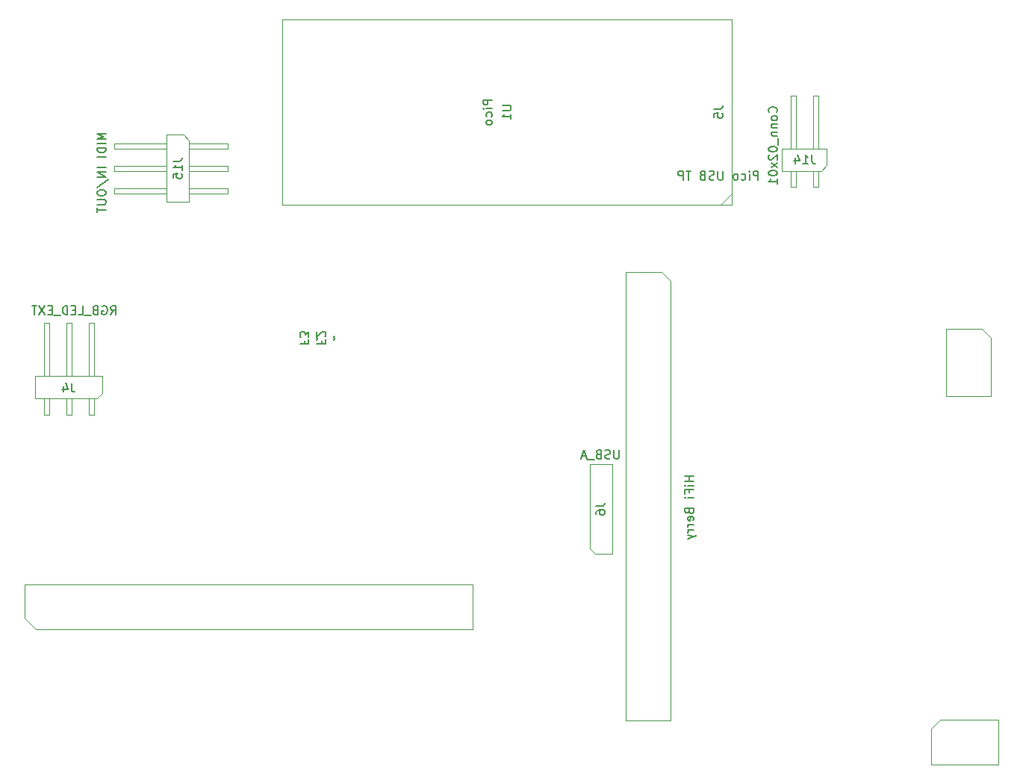
<source format=gbr>
%TF.GenerationSoftware,KiCad,Pcbnew,7.0.7-7.0.7~ubuntu23.04.1*%
%TF.CreationDate,2023-09-10T12:49:34+00:00*%
%TF.ProjectId,pedalboard-hw,70656461-6c62-46f6-9172-642d68772e6b,2.1.0*%
%TF.SameCoordinates,Original*%
%TF.FileFunction,AssemblyDrawing,Bot*%
%FSLAX46Y46*%
G04 Gerber Fmt 4.6, Leading zero omitted, Abs format (unit mm)*
G04 Created by KiCad (PCBNEW 7.0.7-7.0.7~ubuntu23.04.1) date 2023-09-10 12:49:34*
%MOMM*%
%LPD*%
G01*
G04 APERTURE LIST*
%ADD10C,0.150000*%
%ADD11C,0.100000*%
%ADD12C,0.120000*%
G04 APERTURE END LIST*
D10*
X115696428Y-87284819D02*
X115696428Y-88094342D01*
X115696428Y-88094342D02*
X115648809Y-88189580D01*
X115648809Y-88189580D02*
X115601190Y-88237200D01*
X115601190Y-88237200D02*
X115505952Y-88284819D01*
X115505952Y-88284819D02*
X115315476Y-88284819D01*
X115315476Y-88284819D02*
X115220238Y-88237200D01*
X115220238Y-88237200D02*
X115172619Y-88189580D01*
X115172619Y-88189580D02*
X115125000Y-88094342D01*
X115125000Y-88094342D02*
X115125000Y-87284819D01*
X114696428Y-88237200D02*
X114553571Y-88284819D01*
X114553571Y-88284819D02*
X114315476Y-88284819D01*
X114315476Y-88284819D02*
X114220238Y-88237200D01*
X114220238Y-88237200D02*
X114172619Y-88189580D01*
X114172619Y-88189580D02*
X114125000Y-88094342D01*
X114125000Y-88094342D02*
X114125000Y-87999104D01*
X114125000Y-87999104D02*
X114172619Y-87903866D01*
X114172619Y-87903866D02*
X114220238Y-87856247D01*
X114220238Y-87856247D02*
X114315476Y-87808628D01*
X114315476Y-87808628D02*
X114505952Y-87761009D01*
X114505952Y-87761009D02*
X114601190Y-87713390D01*
X114601190Y-87713390D02*
X114648809Y-87665771D01*
X114648809Y-87665771D02*
X114696428Y-87570533D01*
X114696428Y-87570533D02*
X114696428Y-87475295D01*
X114696428Y-87475295D02*
X114648809Y-87380057D01*
X114648809Y-87380057D02*
X114601190Y-87332438D01*
X114601190Y-87332438D02*
X114505952Y-87284819D01*
X114505952Y-87284819D02*
X114267857Y-87284819D01*
X114267857Y-87284819D02*
X114125000Y-87332438D01*
X113363095Y-87761009D02*
X113220238Y-87808628D01*
X113220238Y-87808628D02*
X113172619Y-87856247D01*
X113172619Y-87856247D02*
X113125000Y-87951485D01*
X113125000Y-87951485D02*
X113125000Y-88094342D01*
X113125000Y-88094342D02*
X113172619Y-88189580D01*
X113172619Y-88189580D02*
X113220238Y-88237200D01*
X113220238Y-88237200D02*
X113315476Y-88284819D01*
X113315476Y-88284819D02*
X113696428Y-88284819D01*
X113696428Y-88284819D02*
X113696428Y-87284819D01*
X113696428Y-87284819D02*
X113363095Y-87284819D01*
X113363095Y-87284819D02*
X113267857Y-87332438D01*
X113267857Y-87332438D02*
X113220238Y-87380057D01*
X113220238Y-87380057D02*
X113172619Y-87475295D01*
X113172619Y-87475295D02*
X113172619Y-87570533D01*
X113172619Y-87570533D02*
X113220238Y-87665771D01*
X113220238Y-87665771D02*
X113267857Y-87713390D01*
X113267857Y-87713390D02*
X113363095Y-87761009D01*
X113363095Y-87761009D02*
X113696428Y-87761009D01*
X112934524Y-88380057D02*
X112172619Y-88380057D01*
X111982142Y-87999104D02*
X111505952Y-87999104D01*
X112077380Y-88284819D02*
X111744047Y-87284819D01*
X111744047Y-87284819D02*
X111410714Y-88284819D01*
X113079819Y-93636666D02*
X113794104Y-93636666D01*
X113794104Y-93636666D02*
X113936961Y-93589047D01*
X113936961Y-93589047D02*
X114032200Y-93493809D01*
X114032200Y-93493809D02*
X114079819Y-93350952D01*
X114079819Y-93350952D02*
X114079819Y-93255714D01*
X113079819Y-94541428D02*
X113079819Y-94350952D01*
X113079819Y-94350952D02*
X113127438Y-94255714D01*
X113127438Y-94255714D02*
X113175057Y-94208095D01*
X113175057Y-94208095D02*
X113317914Y-94112857D01*
X113317914Y-94112857D02*
X113508390Y-94065238D01*
X113508390Y-94065238D02*
X113889342Y-94065238D01*
X113889342Y-94065238D02*
X113984580Y-94112857D01*
X113984580Y-94112857D02*
X114032200Y-94160476D01*
X114032200Y-94160476D02*
X114079819Y-94255714D01*
X114079819Y-94255714D02*
X114079819Y-94446190D01*
X114079819Y-94446190D02*
X114032200Y-94541428D01*
X114032200Y-94541428D02*
X113984580Y-94589047D01*
X113984580Y-94589047D02*
X113889342Y-94636666D01*
X113889342Y-94636666D02*
X113651247Y-94636666D01*
X113651247Y-94636666D02*
X113556009Y-94589047D01*
X113556009Y-94589047D02*
X113508390Y-94541428D01*
X113508390Y-94541428D02*
X113460771Y-94446190D01*
X113460771Y-94446190D02*
X113460771Y-94255714D01*
X113460771Y-94255714D02*
X113508390Y-94160476D01*
X113508390Y-94160476D02*
X113556009Y-94112857D01*
X113556009Y-94112857D02*
X113651247Y-94065238D01*
X81386133Y-74861904D02*
X81433752Y-74814285D01*
X81433752Y-74814285D02*
X81481371Y-74719047D01*
X81481371Y-74719047D02*
X81386133Y-74528571D01*
X81386133Y-74528571D02*
X81433752Y-74433333D01*
X81433752Y-74433333D02*
X81481371Y-74385714D01*
X80028990Y-74933333D02*
X80028990Y-75266666D01*
X79505180Y-75266666D02*
X80505180Y-75266666D01*
X80505180Y-75266666D02*
X80505180Y-74790476D01*
X80505180Y-74504761D02*
X80505180Y-73885714D01*
X80505180Y-73885714D02*
X80124228Y-74219047D01*
X80124228Y-74219047D02*
X80124228Y-74076190D01*
X80124228Y-74076190D02*
X80076609Y-73980952D01*
X80076609Y-73980952D02*
X80028990Y-73933333D01*
X80028990Y-73933333D02*
X79933752Y-73885714D01*
X79933752Y-73885714D02*
X79695657Y-73885714D01*
X79695657Y-73885714D02*
X79600419Y-73933333D01*
X79600419Y-73933333D02*
X79552800Y-73980952D01*
X79552800Y-73980952D02*
X79505180Y-74076190D01*
X79505180Y-74076190D02*
X79505180Y-74361904D01*
X79505180Y-74361904D02*
X79552800Y-74457142D01*
X79552800Y-74457142D02*
X79600419Y-74504761D01*
X133549580Y-49051904D02*
X133597200Y-49004285D01*
X133597200Y-49004285D02*
X133644819Y-48861428D01*
X133644819Y-48861428D02*
X133644819Y-48766190D01*
X133644819Y-48766190D02*
X133597200Y-48623333D01*
X133597200Y-48623333D02*
X133501961Y-48528095D01*
X133501961Y-48528095D02*
X133406723Y-48480476D01*
X133406723Y-48480476D02*
X133216247Y-48432857D01*
X133216247Y-48432857D02*
X133073390Y-48432857D01*
X133073390Y-48432857D02*
X132882914Y-48480476D01*
X132882914Y-48480476D02*
X132787676Y-48528095D01*
X132787676Y-48528095D02*
X132692438Y-48623333D01*
X132692438Y-48623333D02*
X132644819Y-48766190D01*
X132644819Y-48766190D02*
X132644819Y-48861428D01*
X132644819Y-48861428D02*
X132692438Y-49004285D01*
X132692438Y-49004285D02*
X132740057Y-49051904D01*
X133644819Y-49623333D02*
X133597200Y-49528095D01*
X133597200Y-49528095D02*
X133549580Y-49480476D01*
X133549580Y-49480476D02*
X133454342Y-49432857D01*
X133454342Y-49432857D02*
X133168628Y-49432857D01*
X133168628Y-49432857D02*
X133073390Y-49480476D01*
X133073390Y-49480476D02*
X133025771Y-49528095D01*
X133025771Y-49528095D02*
X132978152Y-49623333D01*
X132978152Y-49623333D02*
X132978152Y-49766190D01*
X132978152Y-49766190D02*
X133025771Y-49861428D01*
X133025771Y-49861428D02*
X133073390Y-49909047D01*
X133073390Y-49909047D02*
X133168628Y-49956666D01*
X133168628Y-49956666D02*
X133454342Y-49956666D01*
X133454342Y-49956666D02*
X133549580Y-49909047D01*
X133549580Y-49909047D02*
X133597200Y-49861428D01*
X133597200Y-49861428D02*
X133644819Y-49766190D01*
X133644819Y-49766190D02*
X133644819Y-49623333D01*
X132978152Y-50385238D02*
X133644819Y-50385238D01*
X133073390Y-50385238D02*
X133025771Y-50432857D01*
X133025771Y-50432857D02*
X132978152Y-50528095D01*
X132978152Y-50528095D02*
X132978152Y-50670952D01*
X132978152Y-50670952D02*
X133025771Y-50766190D01*
X133025771Y-50766190D02*
X133121009Y-50813809D01*
X133121009Y-50813809D02*
X133644819Y-50813809D01*
X132978152Y-51290000D02*
X133644819Y-51290000D01*
X133073390Y-51290000D02*
X133025771Y-51337619D01*
X133025771Y-51337619D02*
X132978152Y-51432857D01*
X132978152Y-51432857D02*
X132978152Y-51575714D01*
X132978152Y-51575714D02*
X133025771Y-51670952D01*
X133025771Y-51670952D02*
X133121009Y-51718571D01*
X133121009Y-51718571D02*
X133644819Y-51718571D01*
X133740057Y-51956667D02*
X133740057Y-52718571D01*
X132644819Y-53147143D02*
X132644819Y-53242381D01*
X132644819Y-53242381D02*
X132692438Y-53337619D01*
X132692438Y-53337619D02*
X132740057Y-53385238D01*
X132740057Y-53385238D02*
X132835295Y-53432857D01*
X132835295Y-53432857D02*
X133025771Y-53480476D01*
X133025771Y-53480476D02*
X133263866Y-53480476D01*
X133263866Y-53480476D02*
X133454342Y-53432857D01*
X133454342Y-53432857D02*
X133549580Y-53385238D01*
X133549580Y-53385238D02*
X133597200Y-53337619D01*
X133597200Y-53337619D02*
X133644819Y-53242381D01*
X133644819Y-53242381D02*
X133644819Y-53147143D01*
X133644819Y-53147143D02*
X133597200Y-53051905D01*
X133597200Y-53051905D02*
X133549580Y-53004286D01*
X133549580Y-53004286D02*
X133454342Y-52956667D01*
X133454342Y-52956667D02*
X133263866Y-52909048D01*
X133263866Y-52909048D02*
X133025771Y-52909048D01*
X133025771Y-52909048D02*
X132835295Y-52956667D01*
X132835295Y-52956667D02*
X132740057Y-53004286D01*
X132740057Y-53004286D02*
X132692438Y-53051905D01*
X132692438Y-53051905D02*
X132644819Y-53147143D01*
X132740057Y-53861429D02*
X132692438Y-53909048D01*
X132692438Y-53909048D02*
X132644819Y-54004286D01*
X132644819Y-54004286D02*
X132644819Y-54242381D01*
X132644819Y-54242381D02*
X132692438Y-54337619D01*
X132692438Y-54337619D02*
X132740057Y-54385238D01*
X132740057Y-54385238D02*
X132835295Y-54432857D01*
X132835295Y-54432857D02*
X132930533Y-54432857D01*
X132930533Y-54432857D02*
X133073390Y-54385238D01*
X133073390Y-54385238D02*
X133644819Y-53813810D01*
X133644819Y-53813810D02*
X133644819Y-54432857D01*
X133644819Y-54766191D02*
X132978152Y-55290000D01*
X132978152Y-54766191D02*
X133644819Y-55290000D01*
X132644819Y-55861429D02*
X132644819Y-55956667D01*
X132644819Y-55956667D02*
X132692438Y-56051905D01*
X132692438Y-56051905D02*
X132740057Y-56099524D01*
X132740057Y-56099524D02*
X132835295Y-56147143D01*
X132835295Y-56147143D02*
X133025771Y-56194762D01*
X133025771Y-56194762D02*
X133263866Y-56194762D01*
X133263866Y-56194762D02*
X133454342Y-56147143D01*
X133454342Y-56147143D02*
X133549580Y-56099524D01*
X133549580Y-56099524D02*
X133597200Y-56051905D01*
X133597200Y-56051905D02*
X133644819Y-55956667D01*
X133644819Y-55956667D02*
X133644819Y-55861429D01*
X133644819Y-55861429D02*
X133597200Y-55766191D01*
X133597200Y-55766191D02*
X133549580Y-55718572D01*
X133549580Y-55718572D02*
X133454342Y-55670953D01*
X133454342Y-55670953D02*
X133263866Y-55623334D01*
X133263866Y-55623334D02*
X133025771Y-55623334D01*
X133025771Y-55623334D02*
X132835295Y-55670953D01*
X132835295Y-55670953D02*
X132740057Y-55718572D01*
X132740057Y-55718572D02*
X132692438Y-55766191D01*
X132692438Y-55766191D02*
X132644819Y-55861429D01*
X133644819Y-57147143D02*
X133644819Y-56575715D01*
X133644819Y-56861429D02*
X132644819Y-56861429D01*
X132644819Y-56861429D02*
X132787676Y-56766191D01*
X132787676Y-56766191D02*
X132882914Y-56670953D01*
X132882914Y-56670953D02*
X132930533Y-56575715D01*
X137539523Y-53859819D02*
X137539523Y-54574104D01*
X137539523Y-54574104D02*
X137587142Y-54716961D01*
X137587142Y-54716961D02*
X137682380Y-54812200D01*
X137682380Y-54812200D02*
X137825237Y-54859819D01*
X137825237Y-54859819D02*
X137920475Y-54859819D01*
X136539523Y-54859819D02*
X137110951Y-54859819D01*
X136825237Y-54859819D02*
X136825237Y-53859819D01*
X136825237Y-53859819D02*
X136920475Y-54002676D01*
X136920475Y-54002676D02*
X137015713Y-54097914D01*
X137015713Y-54097914D02*
X137110951Y-54145533D01*
X135682380Y-54193152D02*
X135682380Y-54859819D01*
X135920475Y-53812200D02*
X136158570Y-54526485D01*
X136158570Y-54526485D02*
X135539523Y-54526485D01*
X131473009Y-56684419D02*
X131473009Y-55684419D01*
X131473009Y-55684419D02*
X131092057Y-55684419D01*
X131092057Y-55684419D02*
X130996819Y-55732038D01*
X130996819Y-55732038D02*
X130949200Y-55779657D01*
X130949200Y-55779657D02*
X130901581Y-55874895D01*
X130901581Y-55874895D02*
X130901581Y-56017752D01*
X130901581Y-56017752D02*
X130949200Y-56112990D01*
X130949200Y-56112990D02*
X130996819Y-56160609D01*
X130996819Y-56160609D02*
X131092057Y-56208228D01*
X131092057Y-56208228D02*
X131473009Y-56208228D01*
X130473009Y-56684419D02*
X130473009Y-56017752D01*
X130473009Y-55684419D02*
X130520628Y-55732038D01*
X130520628Y-55732038D02*
X130473009Y-55779657D01*
X130473009Y-55779657D02*
X130425390Y-55732038D01*
X130425390Y-55732038D02*
X130473009Y-55684419D01*
X130473009Y-55684419D02*
X130473009Y-55779657D01*
X129568248Y-56636800D02*
X129663486Y-56684419D01*
X129663486Y-56684419D02*
X129853962Y-56684419D01*
X129853962Y-56684419D02*
X129949200Y-56636800D01*
X129949200Y-56636800D02*
X129996819Y-56589180D01*
X129996819Y-56589180D02*
X130044438Y-56493942D01*
X130044438Y-56493942D02*
X130044438Y-56208228D01*
X130044438Y-56208228D02*
X129996819Y-56112990D01*
X129996819Y-56112990D02*
X129949200Y-56065371D01*
X129949200Y-56065371D02*
X129853962Y-56017752D01*
X129853962Y-56017752D02*
X129663486Y-56017752D01*
X129663486Y-56017752D02*
X129568248Y-56065371D01*
X128996819Y-56684419D02*
X129092057Y-56636800D01*
X129092057Y-56636800D02*
X129139676Y-56589180D01*
X129139676Y-56589180D02*
X129187295Y-56493942D01*
X129187295Y-56493942D02*
X129187295Y-56208228D01*
X129187295Y-56208228D02*
X129139676Y-56112990D01*
X129139676Y-56112990D02*
X129092057Y-56065371D01*
X129092057Y-56065371D02*
X128996819Y-56017752D01*
X128996819Y-56017752D02*
X128853962Y-56017752D01*
X128853962Y-56017752D02*
X128758724Y-56065371D01*
X128758724Y-56065371D02*
X128711105Y-56112990D01*
X128711105Y-56112990D02*
X128663486Y-56208228D01*
X128663486Y-56208228D02*
X128663486Y-56493942D01*
X128663486Y-56493942D02*
X128711105Y-56589180D01*
X128711105Y-56589180D02*
X128758724Y-56636800D01*
X128758724Y-56636800D02*
X128853962Y-56684419D01*
X128853962Y-56684419D02*
X128996819Y-56684419D01*
X127473009Y-55684419D02*
X127473009Y-56493942D01*
X127473009Y-56493942D02*
X127425390Y-56589180D01*
X127425390Y-56589180D02*
X127377771Y-56636800D01*
X127377771Y-56636800D02*
X127282533Y-56684419D01*
X127282533Y-56684419D02*
X127092057Y-56684419D01*
X127092057Y-56684419D02*
X126996819Y-56636800D01*
X126996819Y-56636800D02*
X126949200Y-56589180D01*
X126949200Y-56589180D02*
X126901581Y-56493942D01*
X126901581Y-56493942D02*
X126901581Y-55684419D01*
X126473009Y-56636800D02*
X126330152Y-56684419D01*
X126330152Y-56684419D02*
X126092057Y-56684419D01*
X126092057Y-56684419D02*
X125996819Y-56636800D01*
X125996819Y-56636800D02*
X125949200Y-56589180D01*
X125949200Y-56589180D02*
X125901581Y-56493942D01*
X125901581Y-56493942D02*
X125901581Y-56398704D01*
X125901581Y-56398704D02*
X125949200Y-56303466D01*
X125949200Y-56303466D02*
X125996819Y-56255847D01*
X125996819Y-56255847D02*
X126092057Y-56208228D01*
X126092057Y-56208228D02*
X126282533Y-56160609D01*
X126282533Y-56160609D02*
X126377771Y-56112990D01*
X126377771Y-56112990D02*
X126425390Y-56065371D01*
X126425390Y-56065371D02*
X126473009Y-55970133D01*
X126473009Y-55970133D02*
X126473009Y-55874895D01*
X126473009Y-55874895D02*
X126425390Y-55779657D01*
X126425390Y-55779657D02*
X126377771Y-55732038D01*
X126377771Y-55732038D02*
X126282533Y-55684419D01*
X126282533Y-55684419D02*
X126044438Y-55684419D01*
X126044438Y-55684419D02*
X125901581Y-55732038D01*
X125139676Y-56160609D02*
X124996819Y-56208228D01*
X124996819Y-56208228D02*
X124949200Y-56255847D01*
X124949200Y-56255847D02*
X124901581Y-56351085D01*
X124901581Y-56351085D02*
X124901581Y-56493942D01*
X124901581Y-56493942D02*
X124949200Y-56589180D01*
X124949200Y-56589180D02*
X124996819Y-56636800D01*
X124996819Y-56636800D02*
X125092057Y-56684419D01*
X125092057Y-56684419D02*
X125473009Y-56684419D01*
X125473009Y-56684419D02*
X125473009Y-55684419D01*
X125473009Y-55684419D02*
X125139676Y-55684419D01*
X125139676Y-55684419D02*
X125044438Y-55732038D01*
X125044438Y-55732038D02*
X124996819Y-55779657D01*
X124996819Y-55779657D02*
X124949200Y-55874895D01*
X124949200Y-55874895D02*
X124949200Y-55970133D01*
X124949200Y-55970133D02*
X124996819Y-56065371D01*
X124996819Y-56065371D02*
X125044438Y-56112990D01*
X125044438Y-56112990D02*
X125139676Y-56160609D01*
X125139676Y-56160609D02*
X125473009Y-56160609D01*
X123853961Y-55684419D02*
X123282533Y-55684419D01*
X123568247Y-56684419D02*
X123568247Y-55684419D01*
X122949199Y-56684419D02*
X122949199Y-55684419D01*
X122949199Y-55684419D02*
X122568247Y-55684419D01*
X122568247Y-55684419D02*
X122473009Y-55732038D01*
X122473009Y-55732038D02*
X122425390Y-55779657D01*
X122425390Y-55779657D02*
X122377771Y-55874895D01*
X122377771Y-55874895D02*
X122377771Y-56017752D01*
X122377771Y-56017752D02*
X122425390Y-56112990D01*
X122425390Y-56112990D02*
X122473009Y-56160609D01*
X122473009Y-56160609D02*
X122568247Y-56208228D01*
X122568247Y-56208228D02*
X122949199Y-56208228D01*
X126454819Y-48666666D02*
X127169104Y-48666666D01*
X127169104Y-48666666D02*
X127311961Y-48619047D01*
X127311961Y-48619047D02*
X127407200Y-48523809D01*
X127407200Y-48523809D02*
X127454819Y-48380952D01*
X127454819Y-48380952D02*
X127454819Y-48285714D01*
X126454819Y-49619047D02*
X126454819Y-49142857D01*
X126454819Y-49142857D02*
X126931009Y-49095238D01*
X126931009Y-49095238D02*
X126883390Y-49142857D01*
X126883390Y-49142857D02*
X126835771Y-49238095D01*
X126835771Y-49238095D02*
X126835771Y-49476190D01*
X126835771Y-49476190D02*
X126883390Y-49571428D01*
X126883390Y-49571428D02*
X126931009Y-49619047D01*
X126931009Y-49619047D02*
X127026247Y-49666666D01*
X127026247Y-49666666D02*
X127264342Y-49666666D01*
X127264342Y-49666666D02*
X127359580Y-49619047D01*
X127359580Y-49619047D02*
X127407200Y-49571428D01*
X127407200Y-49571428D02*
X127454819Y-49476190D01*
X127454819Y-49476190D02*
X127454819Y-49238095D01*
X127454819Y-49238095D02*
X127407200Y-49142857D01*
X127407200Y-49142857D02*
X127359580Y-49095238D01*
X101295819Y-47619048D02*
X100295819Y-47619048D01*
X100295819Y-47619048D02*
X100295819Y-48000000D01*
X100295819Y-48000000D02*
X100343438Y-48095238D01*
X100343438Y-48095238D02*
X100391057Y-48142857D01*
X100391057Y-48142857D02*
X100486295Y-48190476D01*
X100486295Y-48190476D02*
X100629152Y-48190476D01*
X100629152Y-48190476D02*
X100724390Y-48142857D01*
X100724390Y-48142857D02*
X100772009Y-48095238D01*
X100772009Y-48095238D02*
X100819628Y-48000000D01*
X100819628Y-48000000D02*
X100819628Y-47619048D01*
X101295819Y-48619048D02*
X100629152Y-48619048D01*
X100295819Y-48619048D02*
X100343438Y-48571429D01*
X100343438Y-48571429D02*
X100391057Y-48619048D01*
X100391057Y-48619048D02*
X100343438Y-48666667D01*
X100343438Y-48666667D02*
X100295819Y-48619048D01*
X100295819Y-48619048D02*
X100391057Y-48619048D01*
X101248200Y-49523809D02*
X101295819Y-49428571D01*
X101295819Y-49428571D02*
X101295819Y-49238095D01*
X101295819Y-49238095D02*
X101248200Y-49142857D01*
X101248200Y-49142857D02*
X101200580Y-49095238D01*
X101200580Y-49095238D02*
X101105342Y-49047619D01*
X101105342Y-49047619D02*
X100819628Y-49047619D01*
X100819628Y-49047619D02*
X100724390Y-49095238D01*
X100724390Y-49095238D02*
X100676771Y-49142857D01*
X100676771Y-49142857D02*
X100629152Y-49238095D01*
X100629152Y-49238095D02*
X100629152Y-49428571D01*
X100629152Y-49428571D02*
X100676771Y-49523809D01*
X101295819Y-50095238D02*
X101248200Y-50000000D01*
X101248200Y-50000000D02*
X101200580Y-49952381D01*
X101200580Y-49952381D02*
X101105342Y-49904762D01*
X101105342Y-49904762D02*
X100819628Y-49904762D01*
X100819628Y-49904762D02*
X100724390Y-49952381D01*
X100724390Y-49952381D02*
X100676771Y-50000000D01*
X100676771Y-50000000D02*
X100629152Y-50095238D01*
X100629152Y-50095238D02*
X100629152Y-50238095D01*
X100629152Y-50238095D02*
X100676771Y-50333333D01*
X100676771Y-50333333D02*
X100724390Y-50380952D01*
X100724390Y-50380952D02*
X100819628Y-50428571D01*
X100819628Y-50428571D02*
X101105342Y-50428571D01*
X101105342Y-50428571D02*
X101200580Y-50380952D01*
X101200580Y-50380952D02*
X101248200Y-50333333D01*
X101248200Y-50333333D02*
X101295819Y-50238095D01*
X101295819Y-50238095D02*
X101295819Y-50095238D01*
X102454819Y-48238095D02*
X103264342Y-48238095D01*
X103264342Y-48238095D02*
X103359580Y-48285714D01*
X103359580Y-48285714D02*
X103407200Y-48333333D01*
X103407200Y-48333333D02*
X103454819Y-48428571D01*
X103454819Y-48428571D02*
X103454819Y-48619047D01*
X103454819Y-48619047D02*
X103407200Y-48714285D01*
X103407200Y-48714285D02*
X103359580Y-48761904D01*
X103359580Y-48761904D02*
X103264342Y-48809523D01*
X103264342Y-48809523D02*
X102454819Y-48809523D01*
X103454819Y-49809523D02*
X103454819Y-49238095D01*
X103454819Y-49523809D02*
X102454819Y-49523809D01*
X102454819Y-49523809D02*
X102597676Y-49428571D01*
X102597676Y-49428571D02*
X102692914Y-49333333D01*
X102692914Y-49333333D02*
X102740533Y-49238095D01*
X58059048Y-71952419D02*
X58392381Y-71476228D01*
X58630476Y-71952419D02*
X58630476Y-70952419D01*
X58630476Y-70952419D02*
X58249524Y-70952419D01*
X58249524Y-70952419D02*
X58154286Y-71000038D01*
X58154286Y-71000038D02*
X58106667Y-71047657D01*
X58106667Y-71047657D02*
X58059048Y-71142895D01*
X58059048Y-71142895D02*
X58059048Y-71285752D01*
X58059048Y-71285752D02*
X58106667Y-71380990D01*
X58106667Y-71380990D02*
X58154286Y-71428609D01*
X58154286Y-71428609D02*
X58249524Y-71476228D01*
X58249524Y-71476228D02*
X58630476Y-71476228D01*
X57106667Y-71000038D02*
X57201905Y-70952419D01*
X57201905Y-70952419D02*
X57344762Y-70952419D01*
X57344762Y-70952419D02*
X57487619Y-71000038D01*
X57487619Y-71000038D02*
X57582857Y-71095276D01*
X57582857Y-71095276D02*
X57630476Y-71190514D01*
X57630476Y-71190514D02*
X57678095Y-71380990D01*
X57678095Y-71380990D02*
X57678095Y-71523847D01*
X57678095Y-71523847D02*
X57630476Y-71714323D01*
X57630476Y-71714323D02*
X57582857Y-71809561D01*
X57582857Y-71809561D02*
X57487619Y-71904800D01*
X57487619Y-71904800D02*
X57344762Y-71952419D01*
X57344762Y-71952419D02*
X57249524Y-71952419D01*
X57249524Y-71952419D02*
X57106667Y-71904800D01*
X57106667Y-71904800D02*
X57059048Y-71857180D01*
X57059048Y-71857180D02*
X57059048Y-71523847D01*
X57059048Y-71523847D02*
X57249524Y-71523847D01*
X56297143Y-71428609D02*
X56154286Y-71476228D01*
X56154286Y-71476228D02*
X56106667Y-71523847D01*
X56106667Y-71523847D02*
X56059048Y-71619085D01*
X56059048Y-71619085D02*
X56059048Y-71761942D01*
X56059048Y-71761942D02*
X56106667Y-71857180D01*
X56106667Y-71857180D02*
X56154286Y-71904800D01*
X56154286Y-71904800D02*
X56249524Y-71952419D01*
X56249524Y-71952419D02*
X56630476Y-71952419D01*
X56630476Y-71952419D02*
X56630476Y-70952419D01*
X56630476Y-70952419D02*
X56297143Y-70952419D01*
X56297143Y-70952419D02*
X56201905Y-71000038D01*
X56201905Y-71000038D02*
X56154286Y-71047657D01*
X56154286Y-71047657D02*
X56106667Y-71142895D01*
X56106667Y-71142895D02*
X56106667Y-71238133D01*
X56106667Y-71238133D02*
X56154286Y-71333371D01*
X56154286Y-71333371D02*
X56201905Y-71380990D01*
X56201905Y-71380990D02*
X56297143Y-71428609D01*
X56297143Y-71428609D02*
X56630476Y-71428609D01*
X55868572Y-72047657D02*
X55106667Y-72047657D01*
X54392381Y-71952419D02*
X54868571Y-71952419D01*
X54868571Y-71952419D02*
X54868571Y-70952419D01*
X54059047Y-71428609D02*
X53725714Y-71428609D01*
X53582857Y-71952419D02*
X54059047Y-71952419D01*
X54059047Y-71952419D02*
X54059047Y-70952419D01*
X54059047Y-70952419D02*
X53582857Y-70952419D01*
X53154285Y-71952419D02*
X53154285Y-70952419D01*
X53154285Y-70952419D02*
X52916190Y-70952419D01*
X52916190Y-70952419D02*
X52773333Y-71000038D01*
X52773333Y-71000038D02*
X52678095Y-71095276D01*
X52678095Y-71095276D02*
X52630476Y-71190514D01*
X52630476Y-71190514D02*
X52582857Y-71380990D01*
X52582857Y-71380990D02*
X52582857Y-71523847D01*
X52582857Y-71523847D02*
X52630476Y-71714323D01*
X52630476Y-71714323D02*
X52678095Y-71809561D01*
X52678095Y-71809561D02*
X52773333Y-71904800D01*
X52773333Y-71904800D02*
X52916190Y-71952419D01*
X52916190Y-71952419D02*
X53154285Y-71952419D01*
X52392381Y-72047657D02*
X51630476Y-72047657D01*
X51392380Y-71428609D02*
X51059047Y-71428609D01*
X50916190Y-71952419D02*
X51392380Y-71952419D01*
X51392380Y-71952419D02*
X51392380Y-70952419D01*
X51392380Y-70952419D02*
X50916190Y-70952419D01*
X50582856Y-70952419D02*
X49916190Y-71952419D01*
X49916190Y-70952419D02*
X50582856Y-71952419D01*
X49678094Y-70952419D02*
X49106666Y-70952419D01*
X49392380Y-71952419D02*
X49392380Y-70952419D01*
X53618333Y-79717419D02*
X53618333Y-80431704D01*
X53618333Y-80431704D02*
X53665952Y-80574561D01*
X53665952Y-80574561D02*
X53761190Y-80669800D01*
X53761190Y-80669800D02*
X53904047Y-80717419D01*
X53904047Y-80717419D02*
X53999285Y-80717419D01*
X52713571Y-80050752D02*
X52713571Y-80717419D01*
X52951666Y-79669800D02*
X53189761Y-80384085D01*
X53189761Y-80384085D02*
X52570714Y-80384085D01*
X124154819Y-90275600D02*
X123154819Y-90275600D01*
X123631009Y-90275600D02*
X123631009Y-90847028D01*
X124154819Y-90847028D02*
X123154819Y-90847028D01*
X124154819Y-91323219D02*
X123488152Y-91323219D01*
X123154819Y-91323219D02*
X123202438Y-91275600D01*
X123202438Y-91275600D02*
X123250057Y-91323219D01*
X123250057Y-91323219D02*
X123202438Y-91370838D01*
X123202438Y-91370838D02*
X123154819Y-91323219D01*
X123154819Y-91323219D02*
X123250057Y-91323219D01*
X123631009Y-92132742D02*
X123631009Y-91799409D01*
X124154819Y-91799409D02*
X123154819Y-91799409D01*
X123154819Y-91799409D02*
X123154819Y-92275599D01*
X124154819Y-92656552D02*
X123488152Y-92656552D01*
X123154819Y-92656552D02*
X123202438Y-92608933D01*
X123202438Y-92608933D02*
X123250057Y-92656552D01*
X123250057Y-92656552D02*
X123202438Y-92704171D01*
X123202438Y-92704171D02*
X123154819Y-92656552D01*
X123154819Y-92656552D02*
X123250057Y-92656552D01*
X123631009Y-94227980D02*
X123678628Y-94370837D01*
X123678628Y-94370837D02*
X123726247Y-94418456D01*
X123726247Y-94418456D02*
X123821485Y-94466075D01*
X123821485Y-94466075D02*
X123964342Y-94466075D01*
X123964342Y-94466075D02*
X124059580Y-94418456D01*
X124059580Y-94418456D02*
X124107200Y-94370837D01*
X124107200Y-94370837D02*
X124154819Y-94275599D01*
X124154819Y-94275599D02*
X124154819Y-93894647D01*
X124154819Y-93894647D02*
X123154819Y-93894647D01*
X123154819Y-93894647D02*
X123154819Y-94227980D01*
X123154819Y-94227980D02*
X123202438Y-94323218D01*
X123202438Y-94323218D02*
X123250057Y-94370837D01*
X123250057Y-94370837D02*
X123345295Y-94418456D01*
X123345295Y-94418456D02*
X123440533Y-94418456D01*
X123440533Y-94418456D02*
X123535771Y-94370837D01*
X123535771Y-94370837D02*
X123583390Y-94323218D01*
X123583390Y-94323218D02*
X123631009Y-94227980D01*
X123631009Y-94227980D02*
X123631009Y-93894647D01*
X124107200Y-95275599D02*
X124154819Y-95180361D01*
X124154819Y-95180361D02*
X124154819Y-94989885D01*
X124154819Y-94989885D02*
X124107200Y-94894647D01*
X124107200Y-94894647D02*
X124011961Y-94847028D01*
X124011961Y-94847028D02*
X123631009Y-94847028D01*
X123631009Y-94847028D02*
X123535771Y-94894647D01*
X123535771Y-94894647D02*
X123488152Y-94989885D01*
X123488152Y-94989885D02*
X123488152Y-95180361D01*
X123488152Y-95180361D02*
X123535771Y-95275599D01*
X123535771Y-95275599D02*
X123631009Y-95323218D01*
X123631009Y-95323218D02*
X123726247Y-95323218D01*
X123726247Y-95323218D02*
X123821485Y-94847028D01*
X124154819Y-95751790D02*
X123488152Y-95751790D01*
X123678628Y-95751790D02*
X123583390Y-95799409D01*
X123583390Y-95799409D02*
X123535771Y-95847028D01*
X123535771Y-95847028D02*
X123488152Y-95942266D01*
X123488152Y-95942266D02*
X123488152Y-96037504D01*
X124154819Y-96370838D02*
X123488152Y-96370838D01*
X123678628Y-96370838D02*
X123583390Y-96418457D01*
X123583390Y-96418457D02*
X123535771Y-96466076D01*
X123535771Y-96466076D02*
X123488152Y-96561314D01*
X123488152Y-96561314D02*
X123488152Y-96656552D01*
X123488152Y-96894648D02*
X124154819Y-97132743D01*
X123488152Y-97370838D02*
X124154819Y-97132743D01*
X124154819Y-97132743D02*
X124392914Y-97037505D01*
X124392914Y-97037505D02*
X124440533Y-96989886D01*
X124440533Y-96989886D02*
X124488152Y-96894648D01*
X83316133Y-74851904D02*
X83363752Y-74804285D01*
X83363752Y-74804285D02*
X83411371Y-74709047D01*
X83411371Y-74709047D02*
X83316133Y-74518571D01*
X83316133Y-74518571D02*
X83363752Y-74423333D01*
X83363752Y-74423333D02*
X83411371Y-74375714D01*
X81958990Y-74923333D02*
X81958990Y-75256666D01*
X81435180Y-75256666D02*
X82435180Y-75256666D01*
X82435180Y-75256666D02*
X82435180Y-74780476D01*
X82339942Y-74447142D02*
X82387561Y-74399523D01*
X82387561Y-74399523D02*
X82435180Y-74304285D01*
X82435180Y-74304285D02*
X82435180Y-74066190D01*
X82435180Y-74066190D02*
X82387561Y-73970952D01*
X82387561Y-73970952D02*
X82339942Y-73923333D01*
X82339942Y-73923333D02*
X82244704Y-73875714D01*
X82244704Y-73875714D02*
X82149466Y-73875714D01*
X82149466Y-73875714D02*
X82006609Y-73923333D01*
X82006609Y-73923333D02*
X81435180Y-74494761D01*
X81435180Y-74494761D02*
X81435180Y-73875714D01*
X57524819Y-51430239D02*
X56524819Y-51430239D01*
X56524819Y-51430239D02*
X57239104Y-51763572D01*
X57239104Y-51763572D02*
X56524819Y-52096905D01*
X56524819Y-52096905D02*
X57524819Y-52096905D01*
X57524819Y-52573096D02*
X56524819Y-52573096D01*
X57524819Y-53049286D02*
X56524819Y-53049286D01*
X56524819Y-53049286D02*
X56524819Y-53287381D01*
X56524819Y-53287381D02*
X56572438Y-53430238D01*
X56572438Y-53430238D02*
X56667676Y-53525476D01*
X56667676Y-53525476D02*
X56762914Y-53573095D01*
X56762914Y-53573095D02*
X56953390Y-53620714D01*
X56953390Y-53620714D02*
X57096247Y-53620714D01*
X57096247Y-53620714D02*
X57286723Y-53573095D01*
X57286723Y-53573095D02*
X57381961Y-53525476D01*
X57381961Y-53525476D02*
X57477200Y-53430238D01*
X57477200Y-53430238D02*
X57524819Y-53287381D01*
X57524819Y-53287381D02*
X57524819Y-53049286D01*
X57524819Y-54049286D02*
X56524819Y-54049286D01*
X57524819Y-55287381D02*
X56524819Y-55287381D01*
X57524819Y-55763571D02*
X56524819Y-55763571D01*
X56524819Y-55763571D02*
X57524819Y-56334999D01*
X57524819Y-56334999D02*
X56524819Y-56334999D01*
X56477200Y-57525475D02*
X57762914Y-56668333D01*
X56524819Y-58049285D02*
X56524819Y-58239761D01*
X56524819Y-58239761D02*
X56572438Y-58334999D01*
X56572438Y-58334999D02*
X56667676Y-58430237D01*
X56667676Y-58430237D02*
X56858152Y-58477856D01*
X56858152Y-58477856D02*
X57191485Y-58477856D01*
X57191485Y-58477856D02*
X57381961Y-58430237D01*
X57381961Y-58430237D02*
X57477200Y-58334999D01*
X57477200Y-58334999D02*
X57524819Y-58239761D01*
X57524819Y-58239761D02*
X57524819Y-58049285D01*
X57524819Y-58049285D02*
X57477200Y-57954047D01*
X57477200Y-57954047D02*
X57381961Y-57858809D01*
X57381961Y-57858809D02*
X57191485Y-57811190D01*
X57191485Y-57811190D02*
X56858152Y-57811190D01*
X56858152Y-57811190D02*
X56667676Y-57858809D01*
X56667676Y-57858809D02*
X56572438Y-57954047D01*
X56572438Y-57954047D02*
X56524819Y-58049285D01*
X56524819Y-58906428D02*
X57334342Y-58906428D01*
X57334342Y-58906428D02*
X57429580Y-58954047D01*
X57429580Y-58954047D02*
X57477200Y-59001666D01*
X57477200Y-59001666D02*
X57524819Y-59096904D01*
X57524819Y-59096904D02*
X57524819Y-59287380D01*
X57524819Y-59287380D02*
X57477200Y-59382618D01*
X57477200Y-59382618D02*
X57429580Y-59430237D01*
X57429580Y-59430237D02*
X57334342Y-59477856D01*
X57334342Y-59477856D02*
X56524819Y-59477856D01*
X56524819Y-59811190D02*
X56524819Y-60382618D01*
X57524819Y-60096904D02*
X56524819Y-60096904D01*
X65144819Y-54580476D02*
X65859104Y-54580476D01*
X65859104Y-54580476D02*
X66001961Y-54532857D01*
X66001961Y-54532857D02*
X66097200Y-54437619D01*
X66097200Y-54437619D02*
X66144819Y-54294762D01*
X66144819Y-54294762D02*
X66144819Y-54199524D01*
X66144819Y-55580476D02*
X66144819Y-55009048D01*
X66144819Y-55294762D02*
X65144819Y-55294762D01*
X65144819Y-55294762D02*
X65287676Y-55199524D01*
X65287676Y-55199524D02*
X65382914Y-55104286D01*
X65382914Y-55104286D02*
X65430533Y-55009048D01*
X65144819Y-56485238D02*
X65144819Y-56009048D01*
X65144819Y-56009048D02*
X65621009Y-55961429D01*
X65621009Y-55961429D02*
X65573390Y-56009048D01*
X65573390Y-56009048D02*
X65525771Y-56104286D01*
X65525771Y-56104286D02*
X65525771Y-56342381D01*
X65525771Y-56342381D02*
X65573390Y-56437619D01*
X65573390Y-56437619D02*
X65621009Y-56485238D01*
X65621009Y-56485238D02*
X65716247Y-56532857D01*
X65716247Y-56532857D02*
X65954342Y-56532857D01*
X65954342Y-56532857D02*
X66049580Y-56485238D01*
X66049580Y-56485238D02*
X66097200Y-56437619D01*
X66097200Y-56437619D02*
X66144819Y-56342381D01*
X66144819Y-56342381D02*
X66144819Y-56104286D01*
X66144819Y-56104286D02*
X66097200Y-56009048D01*
X66097200Y-56009048D02*
X66049580Y-55961429D01*
D11*
%TO.C,J7*%
X49590000Y-107590000D02*
X48320000Y-106320000D01*
X99120000Y-107590000D02*
X49590000Y-107590000D01*
X48320000Y-106320000D02*
X48320000Y-102510000D01*
X48320000Y-102510000D02*
X99120000Y-102510000D01*
X99120000Y-102510000D02*
X99120000Y-107590000D01*
%TO.C,J6*%
X112355000Y-88890000D02*
X112355000Y-98415000D01*
X112355000Y-98415000D02*
X112990000Y-99050000D01*
X112990000Y-99050000D02*
X114895000Y-99050000D01*
X114895000Y-88890000D02*
X112355000Y-88890000D01*
X114895000Y-99050000D02*
X114895000Y-88890000D01*
%TO.C,J14*%
X135140000Y-57495000D02*
X135140000Y-55675000D01*
X135780000Y-57495000D02*
X135140000Y-57495000D01*
X135780000Y-57495000D02*
X135780000Y-55675000D01*
X137680000Y-57495000D02*
X137680000Y-55675000D01*
X138320000Y-57495000D02*
X137680000Y-57495000D01*
X138320000Y-57495000D02*
X138320000Y-55675000D01*
X134190000Y-55675000D02*
X138635000Y-55675000D01*
X138635000Y-55675000D02*
X139270000Y-55040000D01*
X139270000Y-55040000D02*
X139270000Y-53135000D01*
X134190000Y-53135000D02*
X134190000Y-55675000D01*
X135140000Y-53135000D02*
X135140000Y-47135000D01*
X135780000Y-53135000D02*
X135780000Y-47135000D01*
X137680000Y-53135000D02*
X137680000Y-47135000D01*
X138320000Y-53135000D02*
X138320000Y-47135000D01*
X139270000Y-53135000D02*
X134190000Y-53135000D01*
X135780000Y-47135000D02*
X135140000Y-47135000D01*
X138320000Y-47135000D02*
X137680000Y-47135000D01*
D12*
%TO.C,U1*%
X77500000Y-59500000D02*
X128500000Y-59500000D01*
X127200000Y-59500000D02*
X128500000Y-58200000D01*
X128500000Y-59500000D02*
X128500000Y-38500000D01*
X77500000Y-38500000D02*
X77500000Y-59500000D01*
X128500000Y-38500000D02*
X77500000Y-38500000D01*
D11*
%TO.C,J4*%
X50465000Y-83282600D02*
X50465000Y-81462600D01*
X51105000Y-83282600D02*
X50465000Y-83282600D01*
X51105000Y-83282600D02*
X51105000Y-81462600D01*
X53005000Y-83282600D02*
X53005000Y-81462600D01*
X53645000Y-83282600D02*
X53005000Y-83282600D01*
X53645000Y-83282600D02*
X53645000Y-81462600D01*
X55545000Y-83282600D02*
X55545000Y-81462600D01*
X56185000Y-83282600D02*
X55545000Y-83282600D01*
X56185000Y-83282600D02*
X56185000Y-81462600D01*
X49515000Y-81462600D02*
X56500000Y-81462600D01*
X56500000Y-81462600D02*
X57135000Y-80827600D01*
X57135000Y-80827600D02*
X57135000Y-78922600D01*
X49515000Y-78922600D02*
X49515000Y-81462600D01*
X50465000Y-78922600D02*
X50465000Y-72922600D01*
X51105000Y-78922600D02*
X51105000Y-72922600D01*
X53005000Y-78922600D02*
X53005000Y-72922600D01*
X53645000Y-78922600D02*
X53645000Y-72922600D01*
X55545000Y-78922600D02*
X55545000Y-72922600D01*
X56185000Y-78922600D02*
X56185000Y-72922600D01*
X57135000Y-78922600D02*
X49515000Y-78922600D01*
X51105000Y-72922600D02*
X50465000Y-72922600D01*
X53645000Y-72922600D02*
X53005000Y-72922600D01*
X56185000Y-72922600D02*
X55545000Y-72922600D01*
%TO.C,J8*%
X158730000Y-122960600D02*
X151110000Y-122960600D01*
X158730000Y-117880600D02*
X158730000Y-122960600D01*
X157825000Y-81195600D02*
X152745000Y-81195600D01*
X157825000Y-74575600D02*
X157825000Y-81195600D01*
X156825000Y-73575600D02*
X157825000Y-74575600D01*
X152745000Y-81195600D02*
X152745000Y-73575600D01*
X152745000Y-73575600D02*
X156825000Y-73575600D01*
X152110000Y-117880600D02*
X158730000Y-117880600D01*
X151110000Y-122960600D02*
X151110000Y-118880600D01*
X151110000Y-118880600D02*
X152110000Y-117880600D01*
X121520000Y-117905600D02*
X116440000Y-117905600D01*
X121520000Y-68105600D02*
X121520000Y-117905600D01*
X120520000Y-67105600D02*
X121520000Y-68105600D01*
X116440000Y-117905600D02*
X116440000Y-67105600D01*
X116440000Y-67105600D02*
X120520000Y-67105600D01*
%TO.C,J15*%
X71320000Y-58250000D02*
X66960000Y-58250000D01*
X71320000Y-57610000D02*
X71320000Y-58250000D01*
X71320000Y-57610000D02*
X66960000Y-57610000D01*
X71320000Y-55710000D02*
X66960000Y-55710000D01*
X71320000Y-55070000D02*
X71320000Y-55710000D01*
X71320000Y-55070000D02*
X66960000Y-55070000D01*
X71320000Y-53170000D02*
X66960000Y-53170000D01*
X71320000Y-52530000D02*
X71320000Y-53170000D01*
X71320000Y-52530000D02*
X66960000Y-52530000D01*
X66960000Y-59200000D02*
X66960000Y-52215000D01*
X66960000Y-52215000D02*
X66325000Y-51580000D01*
X66325000Y-51580000D02*
X64420000Y-51580000D01*
X64420000Y-59200000D02*
X66960000Y-59200000D01*
X64420000Y-58250000D02*
X58420000Y-58250000D01*
X64420000Y-57610000D02*
X58420000Y-57610000D01*
X64420000Y-55710000D02*
X58420000Y-55710000D01*
X64420000Y-55070000D02*
X58420000Y-55070000D01*
X64420000Y-53170000D02*
X58420000Y-53170000D01*
X64420000Y-52530000D02*
X58420000Y-52530000D01*
X64420000Y-51580000D02*
X64420000Y-59200000D01*
X58420000Y-57610000D02*
X58420000Y-58250000D01*
X58420000Y-55070000D02*
X58420000Y-55710000D01*
X58420000Y-52530000D02*
X58420000Y-53170000D01*
%TD*%
M02*

</source>
